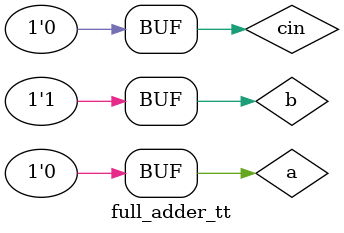
<source format=v>
module full_adder_tt;
reg a,b,cin;
wire sum, cout;

full_adder DUT (.sum(sum) ,.cout(cout) , .a(a) ,.b(b) ,.cin(cin));
initial
begin

$monitor($time ,"a =%b b=%b cin =%b sum =%b carry =%b", a,b,cin, sum ,cout);
a=0; b=0; cin=0 ;
#10;
a=0; b=1; cin=0 ;
#10;
a=1; b=0; cin=0 ;
#10;
a=0; b=1; cin=0 ;
#10;

end
endmodule





</source>
